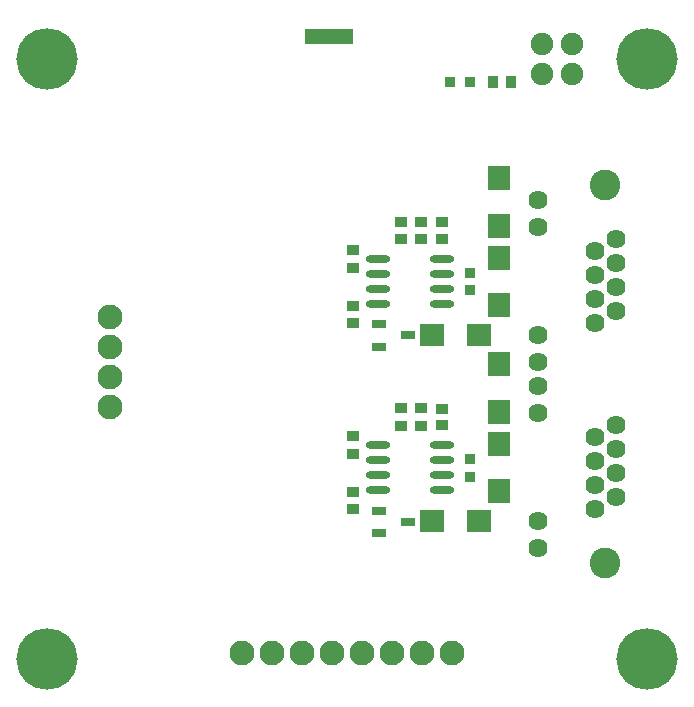
<source format=gts>
G04 Layer: TopSolderMaskLayer*
G04 Panelize: , Column: 2, Row: 2, Board Size: 58.42mm x 58.42mm, Panelized Board Size: 118.84mm x 118.84mm*
G04 EasyEDA v6.5.38, 2023-12-27 02:29:20*
G04 c8bedbd66dd74f4aa7d5f41e6d883f45,5a6b42c53f6a479593ecc07194224c93,10*
G04 Gerber Generator version 0.2*
G04 Scale: 100 percent, Rotated: No, Reflected: No *
G04 Dimensions in millimeters *
G04 leading zeros omitted , absolute positions ,4 integer and 5 decimal *
%FSLAX45Y45*%
%MOMM*%

%AMMACRO1*1,1,$1,$2,$3*1,1,$1,$4,$5*1,1,$1,0-$2,0-$3*1,1,$1,0-$4,0-$5*20,1,$1,$2,$3,$4,$5,0*20,1,$1,$4,$5,0-$2,0-$3,0*20,1,$1,0-$2,0-$3,0-$4,0-$5,0*20,1,$1,0-$4,0-$5,$2,$3,0*4,1,4,$2,$3,$4,$5,0-$2,0-$3,0-$4,0-$5,$2,$3,0*%
%ADD10MACRO1,0.1016X-0.432X0.4032X0.432X0.4032*%
%ADD11MACRO1,0.1016X-0.432X-0.4032X0.432X-0.4032*%
%ADD12R,1.9016X2.1016*%
%ADD13MACRO1,0.1016X0.9X1X0.9X-1*%
%ADD14MACRO1,0.1016X-1X0.9X1X0.9*%
%ADD15O,2.051812X0.6700012*%
%ADD16C,2.6000*%
%ADD17C,1.6240*%
%ADD18MACRO1,0.1016X0.535X-0.3X-0.535X-0.3*%
%ADD19R,0.9656X0.9081*%
%ADD20R,0.9016X0.9016*%
%ADD21MACRO1,0.1016X-0.4032X-0.432X-0.4032X0.432*%
%ADD22MACRO1,0.1016X0.4032X-0.432X0.4032X0.432*%
%ADD23MACRO1,0.1016X0.45X0.4X0.45X-0.4*%
%ADD24C,5.2032*%
%ADD25C,1.9016*%
%ADD26C,2.1016*%

%LPD*%
D10*
G01*
X3543300Y3937875D03*
D11*
G01*
X3543300Y4088524D03*
D10*
G01*
X3378200Y3937875D03*
D11*
G01*
X3378200Y4088524D03*
D12*
G01*
X4203700Y1806600D03*
G01*
X4203700Y2206599D03*
D13*
G01*
X4203700Y2879699D03*
G01*
X4203700Y2479700D03*
D14*
G01*
X3635400Y3124200D03*
G01*
X4035399Y3124200D03*
D12*
G01*
X4203700Y4054500D03*
G01*
X4203700Y4454499D03*
G01*
X4203700Y3381400D03*
G01*
X4203700Y3781399D03*
D15*
G01*
X3183890Y3771900D03*
G01*
X3183890Y3644900D03*
G01*
X3183890Y3517900D03*
G01*
X3183890Y3390900D03*
G01*
X3724909Y3771900D03*
G01*
X3724909Y3644900D03*
G01*
X3724909Y3517900D03*
G01*
X3724909Y3390900D03*
D16*
G01*
X5105095Y4394504D03*
G01*
X5105095Y1193495D03*
D17*
G01*
X4534103Y2898495D03*
G01*
X4534103Y3127476D03*
G01*
X4534103Y4041495D03*
G01*
X4534103Y4270476D03*
G01*
X5016093Y3228492D03*
G01*
X5194096Y3330498D03*
G01*
X5016093Y3432479D03*
G01*
X5194096Y3534486D03*
G01*
X5016093Y3636492D03*
G01*
X5194096Y3738498D03*
G01*
X5016093Y3840479D03*
G01*
X5194096Y3942486D03*
G01*
X4534103Y1320495D03*
G01*
X4534103Y1549476D03*
G01*
X4534103Y2463495D03*
G01*
X4534103Y2692476D03*
G01*
X5016093Y1650492D03*
G01*
X5194096Y1752498D03*
G01*
X5016093Y1854479D03*
G01*
X5194096Y1956485D03*
G01*
X5016093Y2058492D03*
G01*
X5194096Y2160498D03*
G01*
X5016093Y2262479D03*
G01*
X5194096Y2364486D03*
D14*
G01*
X3635400Y1549400D03*
G01*
X4035399Y1549400D03*
D15*
G01*
X3183890Y2193899D03*
G01*
X3183890Y2066899D03*
G01*
X3183890Y1939899D03*
G01*
X3183890Y1812899D03*
G01*
X3724909Y2193899D03*
G01*
X3724909Y2066899D03*
G01*
X3724909Y1939899D03*
G01*
X3724909Y1812899D03*
D10*
G01*
X2971800Y2121775D03*
D11*
G01*
X2971800Y2272424D03*
D10*
G01*
X2971800Y1651875D03*
D11*
G01*
X2971800Y1802524D03*
D10*
G01*
X2971800Y3226675D03*
D11*
G01*
X2971800Y3377324D03*
D10*
G01*
X2971800Y3696575D03*
D11*
G01*
X2971800Y3847224D03*
D10*
G01*
X3543300Y2359874D03*
D11*
G01*
X3543300Y2510524D03*
D10*
G01*
X3378200Y2359874D03*
D11*
G01*
X3378200Y2510524D03*
D18*
G01*
X3191200Y1641195D03*
G01*
X3191200Y1451203D03*
G01*
X3438199Y1546199D03*
G01*
X3191200Y3219196D03*
G01*
X3191200Y3029203D03*
G01*
X3438199Y3124200D03*
D19*
G01*
X3962400Y2078736D03*
G01*
X3962400Y1928063D03*
G01*
X3962400Y3656736D03*
G01*
X3962400Y3506063D03*
D20*
G01*
X3958590Y5270500D03*
G01*
X3788409Y5270500D03*
D21*
G01*
X4304424Y5270500D03*
D22*
G01*
X4153775Y5270500D03*
D23*
G01*
X3721100Y3943200D03*
G01*
X3721100Y4083199D03*
G01*
X3721100Y2365199D03*
G01*
X3721100Y2505199D03*
D24*
G01*
X381000Y5461000D03*
G01*
X5461000Y5461000D03*
G01*
X5461000Y381000D03*
G01*
X381000Y381000D03*
D25*
G01*
X4826000Y5588000D03*
G01*
X4826000Y5334000D03*
G01*
X4572000Y5334000D03*
G01*
X4572000Y5588000D03*
D26*
G01*
X910818Y2520340D03*
G01*
X910818Y3282340D03*
G01*
X910818Y3028340D03*
G01*
X910818Y2774340D03*
G01*
X2029206Y435406D03*
G01*
X2283206Y435406D03*
G01*
X2537206Y435406D03*
G01*
X2791206Y435406D03*
G01*
X3045206Y435406D03*
G01*
X3299206Y435406D03*
G01*
X3553206Y435406D03*
G01*
X3807206Y435406D03*
G36*
X2565400Y5715000D02*
G01*
X2971800Y5715000D01*
X2971800Y5588000D01*
X2565400Y5588000D01*
G37*
M02*

</source>
